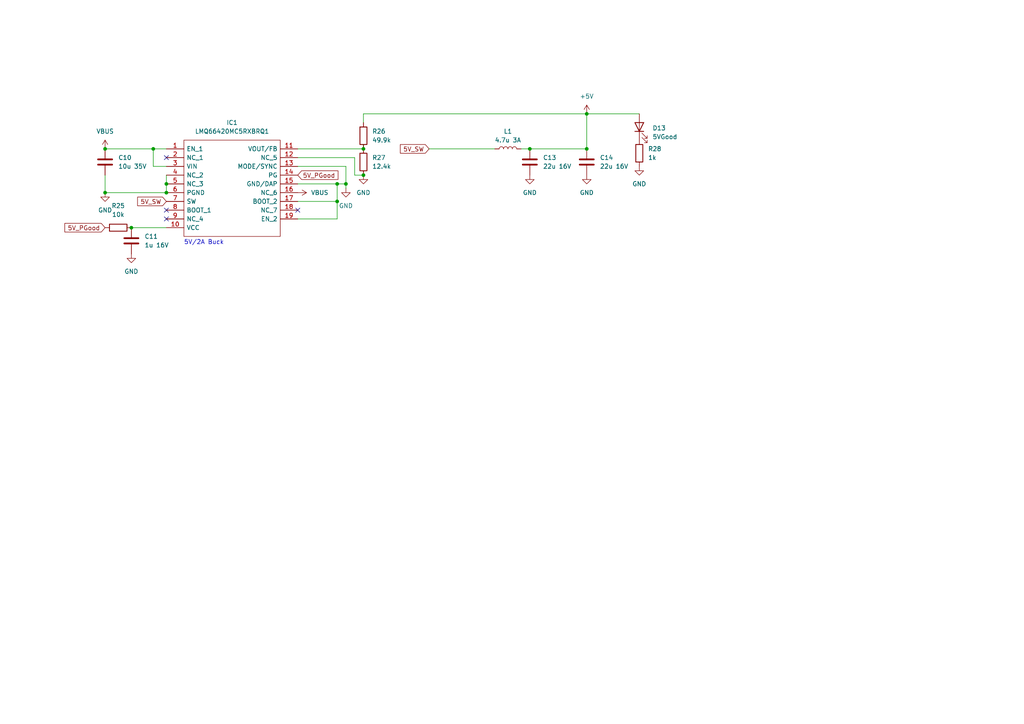
<source format=kicad_sch>
(kicad_sch (version 20231120) (generator "eeschema") (generator_version "8.0")
  (paper "A4")
  (lib_symbols
    (symbol "Device:C" (pin_numbers hide) (pin_names (offset 0.254))
      (property "Reference" "C" (at 0.635 2.54 0))
      (property "Value" "C" (at 0.635 -2.54 0))
      (symbol "C_0_1"
        (polyline (pts (xy -2.032 -0.762) (xy 2.032 -0.762)) (stroke (width 0.508)))
        (polyline (pts (xy -2.032 0.762) (xy 2.032 0.762)) (stroke (width 0.508)))
      )
      (symbol "C_1_1"
        (pin passive line (at 0 3.81 270) (length 2.794) (name "~") (number "1"))
        (pin passive line (at 0 -3.81 90) (length 2.794) (name "~") (number "2"))
      )
    )
    (symbol "Device:L" (pin_numbers hide) (pin_names (offset 1.016) hide)
      (property "Reference" "L" (at -1.27 0 90))
      (property "Value" "L" (at 1.905 0 90))
      (symbol "L_0_1"
        (arc (start 0 -2.54) (mid 0.6323 -1.905) (end 0 -1.27))
        (arc (start 0 -1.27) (mid 0.6323 -0.635) (end 0 0))
        (arc (start 0 0) (mid 0.6323 0.635) (end 0 1.27))
        (arc (start 0 1.27) (mid 0.6323 1.905) (end 0 2.54))
      )
      (symbol "L_1_1"
        (pin passive line (at 0 3.81 270) (length 1.27) (name "1") (number "1"))
        (pin passive line (at 0 -3.81 90) (length 1.27) (name "2") (number "2"))
      )
    )
    (symbol "Device:LED" (pin_numbers hide) (pin_names (offset 1.016) hide)
      (property "Reference" "D" (at 0 2.54 0))
      (property "Value" "LED" (at 0 -2.54 0))
      (symbol "LED_0_1"
        (polyline (pts (xy -1.27 -1.27) (xy -1.27 1.27)) (stroke (width 0.254)))
        (polyline (pts (xy -1.27 0) (xy 1.27 0)))
        (polyline (pts (xy 1.27 -1.27) (xy 1.27 1.27) (xy -1.27 0) (xy 1.27 -1.27)) (stroke (width 0.254)))
        (polyline (pts (xy -3.048 -0.762) (xy -4.572 -2.286) (xy -3.81 -2.286) (xy -4.572 -2.286) (xy -4.572 -1.524)))
        (polyline (pts (xy -1.778 -0.762) (xy -3.302 -2.286) (xy -2.54 -2.286) (xy -3.302 -2.286) (xy -3.302 -1.524)))
      )
      (symbol "LED_1_1"
        (pin passive line (at -3.81 0 0) (length 2.54) (name "K") (number "1"))
        (pin passive line (at 3.81 0 180) (length 2.54) (name "A") (number "2"))
      )
    )
    (symbol "Device:R" (pin_numbers hide) (pin_names (offset 0))
      (property "Reference" "R" (at 2.032 0 90))
      (property "Value" "R" (at 0 0 90))
      (symbol "R_0_1"
        (rectangle (start -1.016 -2.54) (end 1.016 2.54) (stroke (width 0.254)))
      )
      (symbol "R_1_1"
        (pin passive line (at 0 3.81 270) (length 1.27) (name "~") (number "1"))
        (pin passive line (at 0 -3.81 90) (length 1.27) (name "~") (number "2"))
      )
    )
    (symbol "Samacsys:LMQ66420MC5RXBRQ1" (pin_names (offset 0.762))
      (property "Reference" "IC" (at 34.29 7.62 0))
      (property "Value" "LMQ66420MC5RXBRQ1" (at 34.29 5.08 0))
      (symbol "LMQ66420MC5RXBRQ1_0_0"
        (pin passive line (at 0 0 0) (length 5.08) (name "EN_1") (number "1"))
        (pin passive line (at 0 -22.86 0) (length 5.08) (name "VCC") (number "10"))
        (pin passive line (at 38.1 0 180) (length 5.08) (name "VOUT/FB") (number "11"))
        (pin passive line (at 38.1 -2.54 180) (length 5.08) (name "NC_5") (number "12"))
        (pin passive line (at 38.1 -5.08 180) (length 5.08) (name "MODE/SYNC") (number "13"))
        (pin passive line (at 38.1 -7.62 180) (length 5.08) (name "PG") (number "14"))
        (pin passive line (at 38.1 -10.16 180) (length 5.08) (name "GND/DAP") (number "15"))
        (pin passive line (at 38.1 -12.7 180) (length 5.08) (name "NC_6") (number "16"))
        (pin passive line (at 38.1 -15.24 180) (length 5.08) (name "BOOT_2") (number "17"))
        (pin passive line (at 38.1 -17.78 180) (length 5.08) (name "NC_7") (number "18"))
        (pin passive line (at 38.1 -20.32 180) (length 5.08) (name "EN_2") (number "19"))
        (pin passive line (at 0 -2.54 0) (length 5.08) (name "NC_1") (number "2"))
        (pin passive line (at 0 -5.08 0) (length 5.08) (name "VIN") (number "3"))
        (pin passive line (at 0 -7.62 0) (length 5.08) (name "NC_2") (number "4"))
        (pin passive line (at 0 -10.16 0) (length 5.08) (name "NC_3") (number "5"))
        (pin passive line (at 0 -12.7 0) (length 5.08) (name "PGND") (number "6"))
        (pin passive line (at 0 -15.24 0) (length 5.08) (name "SW") (number "7"))
        (pin passive line (at 0 -17.78 0) (length 5.08) (name "BOOT_1") (number "8"))
        (pin passive line (at 0 -20.32 0) (length 5.08) (name "NC_4") (number "9"))
      )
      (symbol "LMQ66420MC5RXBRQ1_0_1"
        (polyline (pts (xy 5.08 2.54) (xy 33.02 2.54) (xy 33.02 -25.4) (xy 5.08 -25.4) (xy 5.08 2.54)) (stroke (width 0.1524)))
      )
    )
    (symbol "power:+5V" (power) (pin_names (offset 0))
      (property "Value" "+5V" (at 0 3.556 0))
      (symbol "+5V_0_1"
        (polyline (pts (xy -0.762 1.27) (xy 0 2.54)))
        (polyline (pts (xy 0 0) (xy 0 2.54)))
        (polyline (pts (xy 0 2.54) (xy 0.762 1.27)))
      )
      (symbol "+5V_1_1"
        (pin power_in line (at 0 0 90) (length 0) hide (name "+5V") (number "1"))
      )
    )
    (symbol "power:GND" (power) (pin_names (offset 0))
      (property "Value" "GND" (at 0 -3.81 0))
      (symbol "GND_0_1"
        (polyline (pts (xy 0 0) (xy 0 -1.27) (xy 1.27 -1.27) (xy 0 -2.54) (xy -1.27 -1.27) (xy 0 -1.27)))
      )
      (symbol "GND_1_1"
        (pin power_in line (at 0 0 270) (length 0) hide (name "GND") (number "1"))
      )
    )
    (symbol "power:VBUS" (power) (pin_names (offset 0))
      (property "Value" "VBUS" (at 0 3.81 0))
      (symbol "VBUS_0_1"
        (polyline (pts (xy -0.762 1.27) (xy 0 2.54)))
        (polyline (pts (xy 0 0) (xy 0 2.54)))
        (polyline (pts (xy 0 2.54) (xy 0.762 1.27)))
      )
      (symbol "VBUS_1_1"
        (pin power_in line (at 0 0 90) (length 0) hide (name "VBUS") (number "1"))
      )
    )
  )
  (junction (at 105.41 50.8))
  (junction (at 30.48 55.88))
  (junction (at 170.18 43.18))
  (junction (at 153.67 43.18))
  (junction (at 97.79 58.42))
  (junction (at 97.79 53.34))
  (junction (at 48.26 55.88))
  (junction (at 105.41 43.18))
  (junction (at 30.48 43.18))
  (junction (at 38.1 66.04))
  (junction (at 170.18 33.02))
  (junction (at 48.26 53.34))
  (junction (at 44.45 43.18))
  (junction (at 100.33 53.34))
  (no_connect (at 48.26 45.72))
  (no_connect (at 48.26 63.5))
  (no_connect (at 48.26 60.96))
  (no_connect (at 86.36 60.96))
  (wire (pts (xy 97.79 63.5) (xy 86.36 63.5)))
  (wire (pts (xy 48.26 50.8) (xy 48.26 53.34)))
  (wire (pts (xy 86.36 43.18) (xy 105.41 43.18)))
  (wire (pts (xy 86.36 58.42) (xy 97.79 58.42)))
  (wire (pts (xy 30.48 55.88) (xy 48.26 55.88)))
  (wire (pts (xy 97.79 53.34) (xy 100.33 53.34)))
  (wire (pts (xy 30.48 50.8) (xy 30.48 55.88)))
  (wire (pts (xy 97.79 53.34) (xy 97.79 58.42)))
  (wire (pts (xy 100.33 48.26) (xy 100.33 53.34)))
  (wire (pts (xy 153.67 43.18) (xy 170.18 43.18)))
  (wire (pts (xy 102.87 45.72) (xy 102.87 50.8)))
  (wire (pts (xy 151.13 43.18) (xy 153.67 43.18)))
  (wire (pts (xy 44.45 43.18) (xy 48.26 43.18)))
  (wire (pts (xy 86.36 53.34) (xy 97.79 53.34)))
  (wire (pts (xy 124.46 43.18) (xy 143.51 43.18)))
  (wire (pts (xy 86.36 48.26) (xy 100.33 48.26)))
  (wire (pts (xy 44.45 43.18) (xy 30.48 43.18)))
  (wire (pts (xy 105.41 33.02) (xy 105.41 35.56)))
  (wire (pts (xy 170.18 33.02) (xy 105.41 33.02)))
  (wire (pts (xy 44.45 48.26) (xy 44.45 43.18)))
  (wire (pts (xy 170.18 43.18) (xy 170.18 33.02)))
  (wire (pts (xy 38.1 66.04) (xy 48.26 66.04)))
  (wire (pts (xy 105.41 43.18) (xy 105.41 41.91)))
  (wire (pts (xy 100.33 54.61) (xy 100.33 53.34)))
  (wire (pts (xy 170.18 33.02) (xy 185.42 33.02)))
  (wire (pts (xy 97.79 58.42) (xy 97.79 63.5)))
  (wire (pts (xy 86.36 45.72) (xy 102.87 45.72)))
  (wire (pts (xy 48.26 53.34) (xy 48.26 55.88)))
  (wire (pts (xy 48.26 48.26) (xy 44.45 48.26)))
  (wire (pts (xy 102.87 50.8) (xy 105.41 50.8)))
  (text "5V/2A Buck" (at 53.34 71.12 0) (effects (font (size 1.27 1.27)) (justify left bottom)))
  (global_label "5V_PGood" (shape input) (at 86.36 50.8 0) (property "Intersheetrefs" "${INTERSHEET_REFS}" (effects (hide yes))))
  (global_label "5V_SW" (shape input) (at 124.46 43.18 180) (property "Intersheetrefs" "${INTERSHEET_REFS}" (effects (hide yes))))
  (global_label "5V_SW" (shape input) (at 48.26 58.42 180) (property "Intersheetrefs" "${INTERSHEET_REFS}" (effects (hide yes))))
  (global_label "5V_PGood" (shape input) (at 30.48 66.04 180) (property "Intersheetrefs" "${INTERSHEET_REFS}" (effects (hide yes))))
  (symbol (lib_id "power:GND") (at 105.41 50.8 0) (unit 1)
    (property "Reference" "#PWR050" (effects (hide yes)))
    (property "Value" "GND" (at 105.41 55.88 0))
    (instances (project "SC_Board" (path "" (reference "#PWR050") (unit 1))) (project "BMS_MASTER_STM32F105RC" (path "" (reference "#PWR020") (unit 1))))
  )
  (symbol (lib_id "Device:C") (at 170.18 46.99 0) (unit 1)
    (property "Reference" "C14" (at 173.99 45.72 0) (effects (justify left)))
    (property "Value" "22u 16V" (at 173.99 48.26 0) (effects (justify left)))
    (property "Footprint" "Capacitor_SMD:C_0805_2012Metric" (effects (hide yes)))
    (instances (project "SC_Board" (path "" (reference "C14") (unit 1))) (project "BMS_MASTER_STM32F105RC" (path "" (reference "C11") (unit 1))))
  )
  (symbol (lib_id "Device:C") (at 38.1 69.85 0) (unit 1)
    (property "Reference" "C11" (at 41.91 68.58 0) (effects (justify left)))
    (property "Value" "1u 16V" (at 41.91 71.12 0) (effects (justify left)))
    (property "Footprint" "Capacitor_SMD:C_0805_2012Metric" (effects (hide yes)))
    (instances (project "SC_Board" (path "" (reference "C11") (unit 1))) (project "BMS_MASTER_STM32F105RC" (path "" (reference "C7") (unit 1))))
  )
  (symbol (lib_id "Device:C") (at 30.48 46.99 0) (unit 1)
    (property "Reference" "C10" (at 34.29 45.72 0) (effects (justify left)))
    (property "Value" "10u 35V" (at 34.29 48.26 0) (effects (justify left)))
    (property "Footprint" "Capacitor_SMD:C_0805_2012Metric" (effects (hide yes)))
    (instances (project "SC_Board" (path "" (reference "C10") (unit 1))) (project "BMS_MASTER_STM32F105RC" (path "" (reference "C8") (unit 1))))
  )
  (symbol (lib_id "power:GND") (at 38.1 73.66 0) (unit 1)
    (property "Reference" "#PWR048" (effects (hide yes)))
    (property "Value" "GND" (at 38.1 78.74 0))
    (instances (project "SC_Board" (path "" (reference "#PWR048") (unit 1))) (project "BMS_MASTER_STM32F105RC" (path "" (reference "#PWR017") (unit 1))))
  )
  (symbol (lib_id "Device:LED") (at 185.42 36.83 90) (unit 1)
    (property "Reference" "D13" (at 189.23 37.1475 90) (effects (justify right)))
    (property "Value" "5VGood" (at 189.23 39.6875 90) (effects (justify right)))
    (property "Footprint" "LED_SMD:LED_0805_2012Metric" (effects (hide yes)))
    (instances (project "SC_Board" (path "" (reference "D13") (unit 1))) (project "BMS_MASTER_STM32F105RC" (path "" (reference "D1") (unit 1))))
  )
  (symbol (lib_id "power:GND") (at 170.18 50.8 0) (unit 1)
    (property "Reference" "#PWR053" (effects (hide yes)))
    (property "Value" "GND" (at 170.18 55.88 0))
    (instances (project "SC_Board" (path "" (reference "#PWR053") (unit 1))) (project "BMS_MASTER_STM32F105RC" (path "" (reference "#PWR025") (unit 1))))
  )
  (symbol (lib_id "power:GND") (at 30.48 55.88 0) (unit 1)
    (property "Reference" "#PWR047" (effects (hide yes)))
    (property "Value" "GND" (at 30.48 60.96 0))
    (instances (project "SC_Board" (path "" (reference "#PWR047") (unit 1))) (project "BMS_MASTER_STM32F105RC" (path "" (reference "#PWR018") (unit 1))))
  )
  (symbol (lib_id "Samacsys:LMQ66420MC5RXBRQ1") (at 48.26 43.18 0) (unit 1)
    (property "Reference" "IC1" (at 67.31 35.56 0))
    (property "Value" "LMQ66420MC5RXBRQ1" (at 67.31 38.1 0))
    (property "Footprint" "Samacsys:LMQ66430R5RXBR" (effects (hide yes)))
    (property "Datasheet" "https://www.ti.com/lit/gpn/lmq66420-q1?HQS=ti-null-null-sf-df-pf-sep-wwe&DCM=yes?hkey=EF798316E3902B6ED9A73243A3159BB0" (effects (hide yes)))
    (property "Description" "Switching Voltage Regulators Automotive, 36-V, 2-A low-EMI synchronous step-down converter with 1.5-uA IQ 14-VQFN-FCRLF -40 to 150" (effects (hide yes)))
    (property "Height" "1.05" (effects (hide yes)))
    (property "Manufacturer_Name" "Texas Instruments" (effects (hide yes)))
    (property "Manufacturer_Part_Number" "LMQ66420MC5RXBRQ1" (effects (hide yes)))
    (instances (project "SC_Board" (path "" (reference "IC1") (unit 1))) (project "BMS_MASTER_STM32F105RC" (path "" (reference "IC3") (unit 1))))
  )
  (symbol (lib_id "Device:L") (at 147.32 43.18 90) (unit 1)
    (property "Reference" "L1" (at 147.32 38.1 90))
    (property "Value" "4.7u 3A" (at 147.32 40.64 90))
    (property "Footprint" "Samacsys:INDPM5552X300N" (effects (hide yes)))
  )
  (symbol (lib_id "Device:R") (at 34.29 66.04 90) (unit 1)
    (property "Reference" "R25" (at 34.29 59.69 90))
    (property "Value" "10k" (at 34.29 62.23 90))
    (property "Footprint" "Resistor_SMD:R_0805_2012Metric" (effects (hide yes)))
    (instances (project "SC_Board" (path "" (reference "R25") (unit 1))) (project "BMS_MASTER_STM32F105RC" (path "" (reference "R3") (unit 1))))
  )
  (symbol (lib_id "Device:R") (at 105.41 39.37 0) (unit 1)
    (property "Reference" "R26" (at 107.95 38.1 0) (effects (justify left)))
    (property "Value" "49.9k" (at 107.95 40.64 0) (effects (justify left)))
    (property "Footprint" "Resistor_SMD:R_0805_2012Metric" (effects (hide yes)))
    (instances (project "SC_Board" (path "" (reference "R26") (unit 1))) (project "BMS_MASTER_STM32F105RC" (path "" (reference "R1") (unit 1))))
  )
  (symbol (lib_id "Device:C") (at 153.67 46.99 0) (unit 1)
    (property "Reference" "C13" (at 157.48 45.72 0) (effects (justify left)))
    (property "Value" "22u 16V" (at 157.48 48.26 0) (effects (justify left)))
    (property "Footprint" "Capacitor_SMD:C_0805_2012Metric" (effects (hide yes)))
    (instances (project "SC_Board" (path "" (reference "C13") (unit 1))) (project "BMS_MASTER_STM32F105RC" (path "" (reference "C10") (unit 1))))
  )
  (symbol (lib_id "power:VBUS") (at 30.48 43.18 0) (unit 1)
    (property "Reference" "#PWR046" (effects (hide yes)))
    (property "Value" "VBUS" (at 30.48 38.1 0))
    (instances (project "SC_Board" (path "" (reference "#PWR046") (unit 1))) (project "BMS_MASTER_STM32F105RC" (path "" (reference "#PWR02") (unit 1)) (path "" (reference "#PWR019") (unit 1))))
  )
  (symbol (lib_id "power:GND") (at 185.42 48.26 0) (unit 1)
    (property "Reference" "#PWR054" (effects (hide yes)))
    (property "Value" "GND" (at 185.42 53.34 0))
    (instances (project "SC_Board" (path "" (reference "#PWR054") (unit 1))) (project "BMS_MASTER_STM32F105RC" (path "" (reference "#PWR080") (unit 1))))
  )
  (symbol (lib_id "power:+5V") (at 170.18 33.02 0) (unit 1)
    (property "Reference" "#PWR052" (effects (hide yes)))
    (property "Value" "+5V" (at 170.18 27.94 0))
    (instances (project "SC_Board" (path "" (reference "#PWR052") (unit 1))) (project "BMS_MASTER_STM32F105RC" (path "" (reference "#PWR026") (unit 1))))
  )
  (symbol (lib_id "power:GND") (at 100.33 54.61 0) (unit 1)
    (property "Reference" "#PWR049" (effects (hide yes)))
    (property "Value" "GND" (at 100.33 59.69 0))
    (instances (project "SC_Board" (path "" (reference "#PWR049") (unit 1))) (project "BMS_MASTER_STM32F105RC" (path "" (reference "#PWR023") (unit 1))))
  )
  (symbol (lib_id "power:VBUS") (at 86.36 55.88 270) (unit 1)
    (property "Reference" "#PWR084" (effects (hide yes)))
    (property "Value" "VBUS" (at 90.17 55.88 90) (effects (justify left)))
    (instances (project "SC_Board" (path "" (reference "#PWR084") (unit 1))) (project "BMS_MASTER_STM32F105RC" (path "" (reference "#PWR02") (unit 1)) (path "" (reference "#PWR019") (unit 1))))
  )
  (symbol (lib_id "power:GND") (at 153.67 50.8 0) (unit 1)
    (property "Reference" "#PWR051" (effects (hide yes)))
    (property "Value" "GND" (at 153.67 55.88 0))
    (instances (project "SC_Board" (path "" (reference "#PWR051") (unit 1))) (project "BMS_MASTER_STM32F105RC" (path "" (reference "#PWR022") (unit 1))))
  )
  (symbol (lib_id "Device:R") (at 185.42 44.45 0) (unit 1)
    (property "Reference" "R28" (at 187.96 43.18 0) (effects (justify left)))
    (property "Value" "1k" (at 187.96 45.72 0) (effects (justify left)))
    (property "Footprint" "Resistor_SMD:R_0805_2012Metric" (effects (hide yes)))
    (instances (project "SC_Board" (path "" (reference "R28") (unit 1))) (project "BMS_MASTER_STM32F105RC" (path "" (reference "R17") (unit 1))))
  )
  (symbol (lib_id "Device:R") (at 105.41 46.99 0) (unit 1)
    (property "Reference" "R27" (at 107.95 45.72 0) (effects (justify left)))
    (property "Value" "12.4k" (at 107.95 48.26 0) (effects (justify left)))
    (property "Footprint" "Resistor_SMD:R_0805_2012Metric" (effects (hide yes)))
    (instances (project "SC_Board" (path "" (reference "R27") (unit 1))) (project "BMS_MASTER_STM32F105RC" (path "" (reference "R2") (unit 1))))
  )
)
</source>
